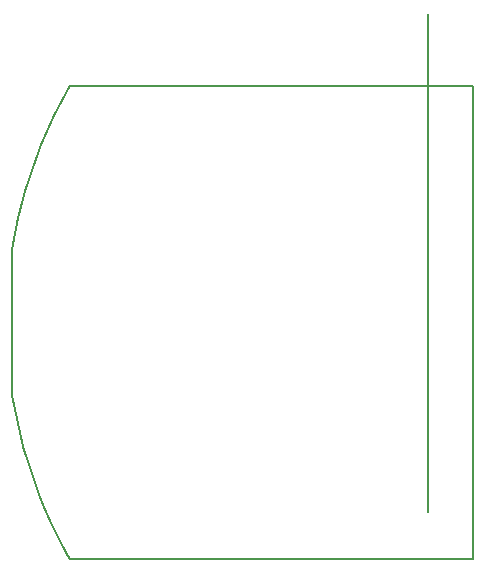
<source format=gm1>
G04 Layer_Color=8421376*
%FSLAX43Y43*%
%MOMM*%
G71*
G01*
G75*
%ADD43C,0.127*%
%ADD44C,0.154*%
D43*
X11913Y-44522D02*
G03*
X12335Y-45298I34483J18238D01*
G01*
X11514Y-43746D02*
G03*
X11913Y-44522I35228J17645D01*
G01*
X11134Y-42966D02*
G03*
X11514Y-43746I35962J17042D01*
G01*
X10770Y-42176D02*
G03*
X11134Y-42966I36687J16424D01*
G01*
X10425Y-41383D02*
G03*
X10770Y-42176I37400J15795D01*
G01*
X10092Y-40570D02*
G03*
X10425Y-41383I38109J15141D01*
G01*
X7775Y-32125D02*
G03*
X10092Y-40570I39214J6218D01*
G01*
X8845Y-14700D02*
G03*
X7775Y-19500I38185J-11031D01*
G01*
X10171Y-10852D02*
G03*
X8845Y-14700I37120J-14947D01*
G01*
X12628Y-5812D02*
G03*
X10171Y-10852I34303J-19839D01*
G01*
X12628Y-5812D02*
X46775D01*
Y-14700D02*
Y-5812D01*
Y-40570D02*
Y-14700D01*
Y-45812D02*
Y-40570D01*
X12628Y-45812D02*
X46775D01*
X12335Y-45298D02*
X12628Y-45812D01*
X7775Y-32125D02*
Y-19500D01*
D44*
X42950Y-41875D02*
Y300D01*
M02*

</source>
